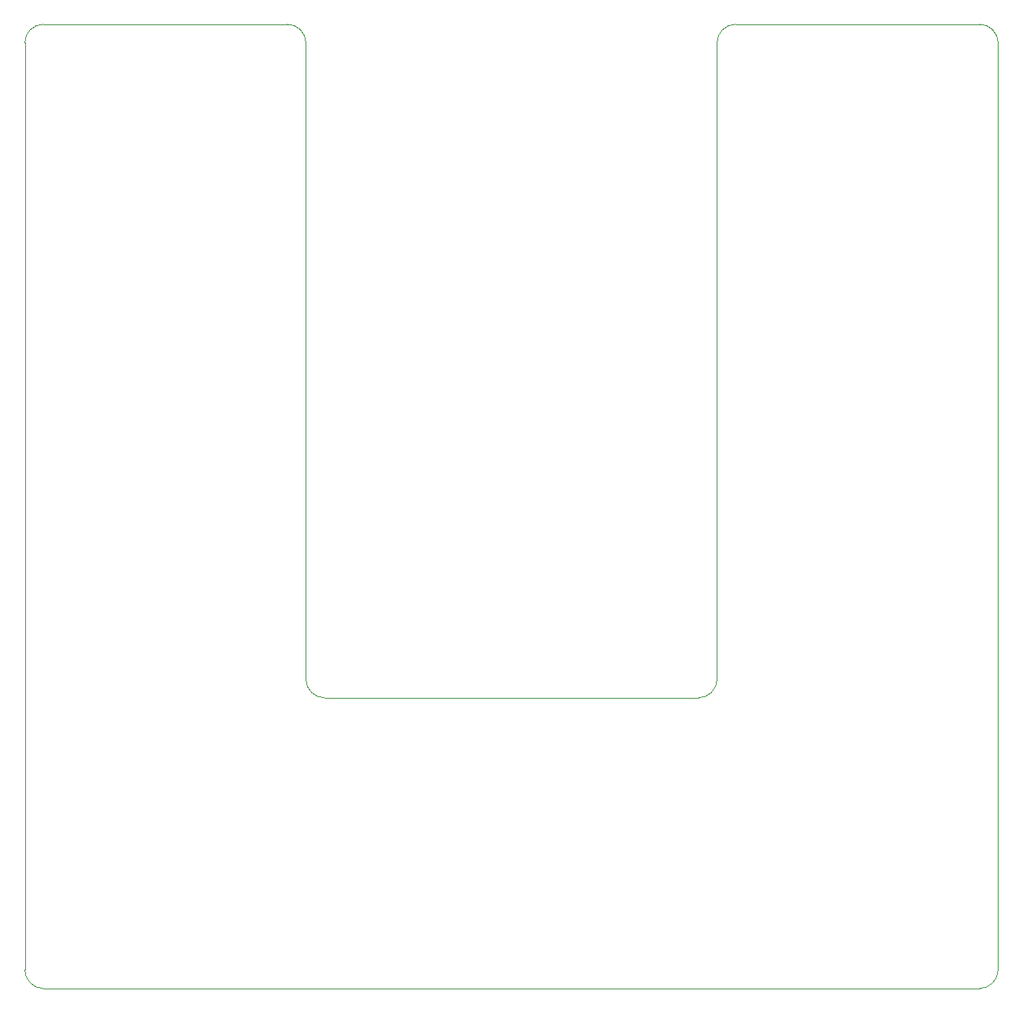
<source format=gbr>
G04 start of page 5 for group 9 layer_idx 5 *
G04 Title: liplight-art, global_outline *
G04 Creator: pcb-rnd 2.0.0 *
G04 CreationDate: 2018-08-21 02:54:24 UTC *
G04 For:  *
G04 Format: Gerber/RS-274X *
G04 PCB-Dimensions: 636000 660500 *
G04 PCB-Coordinate-Origin: lower left *
%MOIN*%
%FSLAX25Y25*%
%LNOUTLINE*%
%ADD35C,0.0039*%
G54D35*X333815Y169697D02*Y438949D01*
X341689Y446823D02*X444917D01*
X40823Y46705D02*Y438949D01*
X151925Y446823D02*X48697D01*
X159799Y438949D02*Y169697D01*
X167673Y161823D02*X325941D01*
X452791Y438949D02*Y46705D01*
X444917Y38831D02*X48697D01*
X444917Y446823D02*G75*G02X452791Y438949I0J-7874D01*G01*
X40823D02*G75*G02X48697Y446823I7874J0D01*G01*
X333815Y438949D02*G75*G02X341689Y446823I7874J0D01*G01*
X151925D02*G75*G02X159799Y438949I0J-7874D01*G01*
X167673Y161823D02*G75*G02X159799Y169697I0J7874D01*G01*
X333815D02*G75*G02X325941Y161823I-7874J0D01*G01*
X452791Y46705D02*G75*G02X444917Y38831I-7874J0D01*G01*
X48697D02*G75*G02X40823Y46705I0J7874D01*G01*
M02*

</source>
